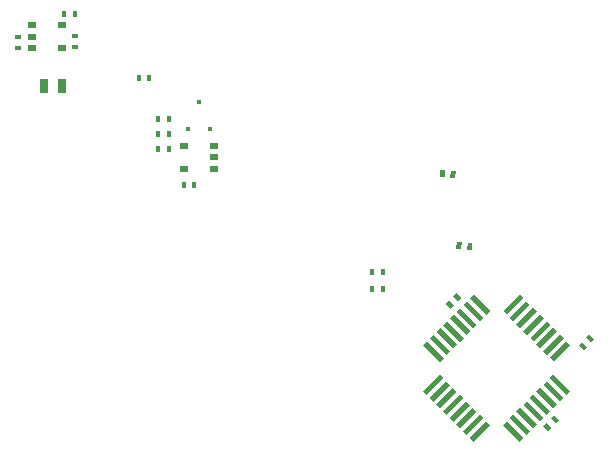
<source format=gtp>
%FSLAX46Y46*%
G04 Gerber Fmt 4.6, Leading zero omitted, Abs format (unit mm)*
G04 Created by KiCad (PCBNEW (2014-10-27 BZR 5228)-product) date 1/30/2015 1:36:16 PM*
%MOMM*%
G01*
G04 APERTURE LIST*
%ADD10C,0.100000*%
%ADD11R,0.762000X0.508000*%
%ADD12R,0.599440X0.398780*%
%ADD13R,0.398780X0.599440*%
%ADD14R,0.400000X0.450000*%
%ADD15R,0.635000X1.143000*%
G04 APERTURE END LIST*
D10*
D11*
X44767500Y-8001000D03*
X44767500Y-9906000D03*
X47307500Y-8001000D03*
X44767500Y-8953500D03*
X47307500Y-9906000D03*
X60198000Y-20129500D03*
X60198000Y-18224500D03*
X57658000Y-20129500D03*
X60198000Y-19177000D03*
X57658000Y-18224500D03*
D10*
G36*
X90371594Y-38947025D02*
X90053693Y-39264926D01*
X88640200Y-37851433D01*
X88958101Y-37533532D01*
X90371594Y-38947025D01*
X90371594Y-38947025D01*
G37*
G36*
X89805838Y-39512781D02*
X89487937Y-39830682D01*
X88074444Y-38417189D01*
X88392345Y-38099288D01*
X89805838Y-39512781D01*
X89805838Y-39512781D01*
G37*
G36*
X89240082Y-40078537D02*
X88922181Y-40396438D01*
X87508688Y-38982945D01*
X87826589Y-38665044D01*
X89240082Y-40078537D01*
X89240082Y-40078537D01*
G37*
G36*
X88674326Y-40644294D02*
X88356425Y-40962195D01*
X86942932Y-39548702D01*
X87260833Y-39230801D01*
X88674326Y-40644294D01*
X88674326Y-40644294D01*
G37*
G36*
X88108570Y-41210050D02*
X87790669Y-41527951D01*
X86377176Y-40114458D01*
X86695077Y-39796557D01*
X88108570Y-41210050D01*
X88108570Y-41210050D01*
G37*
G36*
X87542813Y-41775806D02*
X87224912Y-42093707D01*
X85811419Y-40680214D01*
X86129320Y-40362313D01*
X87542813Y-41775806D01*
X87542813Y-41775806D01*
G37*
G36*
X86977057Y-42341562D02*
X86659156Y-42659463D01*
X85245663Y-41245970D01*
X85563564Y-40928069D01*
X86977057Y-42341562D01*
X86977057Y-42341562D01*
G37*
G36*
X86411301Y-42907318D02*
X86093400Y-43225219D01*
X84679907Y-41811726D01*
X84997808Y-41493825D01*
X86411301Y-42907318D01*
X86411301Y-42907318D01*
G37*
G36*
X79650964Y-36139797D02*
X79333063Y-36457698D01*
X77919570Y-35044205D01*
X78237471Y-34726304D01*
X79650964Y-36139797D01*
X79650964Y-36139797D01*
G37*
G36*
X83620238Y-32170524D02*
X83302337Y-32488425D01*
X81888844Y-31074932D01*
X82206745Y-30757031D01*
X83620238Y-32170524D01*
X83620238Y-32170524D01*
G37*
G36*
X83045501Y-32745260D02*
X82727600Y-33063161D01*
X81314107Y-31649668D01*
X81632008Y-31331767D01*
X83045501Y-32745260D01*
X83045501Y-32745260D01*
G37*
G36*
X82470765Y-33319997D02*
X82152864Y-33637898D01*
X80739371Y-32224405D01*
X81057272Y-31906504D01*
X82470765Y-33319997D01*
X82470765Y-33319997D01*
G37*
G36*
X81913989Y-33876773D02*
X81596088Y-34194674D01*
X80182595Y-32781181D01*
X80500496Y-32463280D01*
X81913989Y-33876773D01*
X81913989Y-33876773D01*
G37*
G36*
X81339253Y-34451509D02*
X81021352Y-34769410D01*
X79607859Y-33355917D01*
X79925760Y-33038016D01*
X81339253Y-34451509D01*
X81339253Y-34451509D01*
G37*
G36*
X80782477Y-35008285D02*
X80464576Y-35326186D01*
X79051083Y-33912693D01*
X79368984Y-33594792D01*
X80782477Y-35008285D01*
X80782477Y-35008285D01*
G37*
G36*
X80207740Y-35583021D02*
X79889839Y-35900922D01*
X78476346Y-34487429D01*
X78794247Y-34169528D01*
X80207740Y-35583021D01*
X80207740Y-35583021D01*
G37*
G36*
X83587909Y-41818910D02*
X82174416Y-43232403D01*
X81856515Y-42914502D01*
X83270008Y-41501009D01*
X83587909Y-41818910D01*
X83587909Y-41818910D01*
G37*
G36*
X83023949Y-41254950D02*
X81610456Y-42668443D01*
X81292555Y-42350542D01*
X82706048Y-40937049D01*
X83023949Y-41254950D01*
X83023949Y-41254950D01*
G37*
G36*
X82456396Y-40687398D02*
X81042903Y-42100891D01*
X80725002Y-41782990D01*
X82138495Y-40369497D01*
X82456396Y-40687398D01*
X82456396Y-40687398D01*
G37*
G36*
X81892436Y-40123438D02*
X80478943Y-41536931D01*
X80161042Y-41219030D01*
X81574535Y-39805537D01*
X81892436Y-40123438D01*
X81892436Y-40123438D01*
G37*
G36*
X81324884Y-39555886D02*
X79911391Y-40969379D01*
X79593490Y-40651478D01*
X81006983Y-39237985D01*
X81324884Y-39555886D01*
X81324884Y-39555886D01*
G37*
G36*
X80760924Y-38991926D02*
X79347431Y-40405419D01*
X79029530Y-40087518D01*
X80443023Y-38674025D01*
X80760924Y-38991926D01*
X80760924Y-38991926D01*
G37*
G36*
X80193372Y-38424373D02*
X78779879Y-39837866D01*
X78461978Y-39519965D01*
X79875471Y-38106472D01*
X80193372Y-38424373D01*
X80193372Y-38424373D01*
G37*
G36*
X79629412Y-37860413D02*
X78215919Y-39273906D01*
X77898018Y-38956005D01*
X79311511Y-37542512D01*
X79629412Y-37860413D01*
X79629412Y-37860413D01*
G37*
G36*
X90373390Y-35026245D02*
X88959897Y-36439738D01*
X88641996Y-36121837D01*
X90055489Y-34708344D01*
X90373390Y-35026245D01*
X90373390Y-35026245D01*
G37*
G36*
X89816614Y-34469469D02*
X88403121Y-35882962D01*
X88085220Y-35565061D01*
X89498713Y-34151568D01*
X89816614Y-34469469D01*
X89816614Y-34469469D01*
G37*
G36*
X89241878Y-33894732D02*
X87828385Y-35308225D01*
X87510484Y-34990324D01*
X88923977Y-33576831D01*
X89241878Y-33894732D01*
X89241878Y-33894732D01*
G37*
G36*
X88685102Y-33337956D02*
X87271609Y-34751449D01*
X86953708Y-34433548D01*
X88367201Y-33020055D01*
X88685102Y-33337956D01*
X88685102Y-33337956D01*
G37*
G36*
X88128326Y-32781181D02*
X86714833Y-34194674D01*
X86396932Y-33876773D01*
X87810425Y-32463280D01*
X88128326Y-32781181D01*
X88128326Y-32781181D01*
G37*
G36*
X87553590Y-32206444D02*
X86140097Y-33619937D01*
X85822196Y-33302036D01*
X87235689Y-31888543D01*
X87553590Y-32206444D01*
X87553590Y-32206444D01*
G37*
G36*
X86978853Y-31631708D02*
X85565360Y-33045201D01*
X85247459Y-32727300D01*
X86660952Y-31313807D01*
X86978853Y-31631708D01*
X86978853Y-31631708D01*
G37*
G36*
X86404117Y-31056971D02*
X84990624Y-32470464D01*
X84672723Y-32152563D01*
X86086216Y-30739070D01*
X86404117Y-31056971D01*
X86404117Y-31056971D01*
G37*
G36*
X80764957Y-30634675D02*
X81188825Y-31058543D01*
X80906845Y-31340523D01*
X80482977Y-30916655D01*
X80764957Y-30634675D01*
X80764957Y-30634675D01*
G37*
G36*
X80129155Y-31270477D02*
X80553023Y-31694345D01*
X80271043Y-31976325D01*
X79847175Y-31552457D01*
X80129155Y-31270477D01*
X80129155Y-31270477D01*
G37*
D12*
X43624500Y-9911080D03*
X43624500Y-9011920D03*
D13*
X57652920Y-21526500D03*
X58552080Y-21526500D03*
D12*
X48482250Y-9815830D03*
X48482250Y-8916670D03*
D13*
X73591420Y-28892500D03*
X74490580Y-28892500D03*
X48423830Y-7016750D03*
X47524670Y-7016750D03*
X53842920Y-12446000D03*
X54742080Y-12446000D03*
D10*
G36*
X80682623Y-20331982D02*
X80630378Y-20929140D01*
X80233115Y-20894384D01*
X80285360Y-20297226D01*
X80682623Y-20331982D01*
X80682623Y-20331982D01*
G37*
G36*
X79786885Y-20253616D02*
X79734640Y-20850774D01*
X79337377Y-20816018D01*
X79389622Y-20218860D01*
X79786885Y-20253616D01*
X79786885Y-20253616D01*
G37*
G36*
X88526043Y-42326825D02*
X88102175Y-41902957D01*
X88384155Y-41620977D01*
X88808023Y-42044845D01*
X88526043Y-42326825D01*
X88526043Y-42326825D01*
G37*
G36*
X89161845Y-41691023D02*
X88737977Y-41267155D01*
X89019957Y-40985175D01*
X89443825Y-41409043D01*
X89161845Y-41691023D01*
X89161845Y-41691023D01*
G37*
D13*
X74490580Y-30289500D03*
X73591420Y-30289500D03*
D10*
G36*
X80734377Y-26912018D02*
X80786622Y-26314860D01*
X81183885Y-26349616D01*
X81131640Y-26946774D01*
X80734377Y-26912018D01*
X80734377Y-26912018D01*
G37*
G36*
X81630115Y-26990384D02*
X81682360Y-26393226D01*
X82079623Y-26427982D01*
X82027378Y-27025140D01*
X81630115Y-26990384D01*
X81630115Y-26990384D01*
G37*
D13*
X56393080Y-18478500D03*
X55493920Y-18478500D03*
X55493920Y-17208500D03*
X56393080Y-17208500D03*
D14*
X57978000Y-16796000D03*
X59878000Y-16796000D03*
X58928000Y-14446000D03*
D13*
X55493920Y-15938500D03*
X56393080Y-15938500D03*
D15*
X47307500Y-13144500D03*
X45783500Y-13144500D03*
D10*
G36*
X91510543Y-35468825D02*
X91086675Y-35044957D01*
X91368655Y-34762977D01*
X91792523Y-35186845D01*
X91510543Y-35468825D01*
X91510543Y-35468825D01*
G37*
G36*
X92146345Y-34833023D02*
X91722477Y-34409155D01*
X92004457Y-34127175D01*
X92428325Y-34551043D01*
X92146345Y-34833023D01*
X92146345Y-34833023D01*
G37*
M02*

</source>
